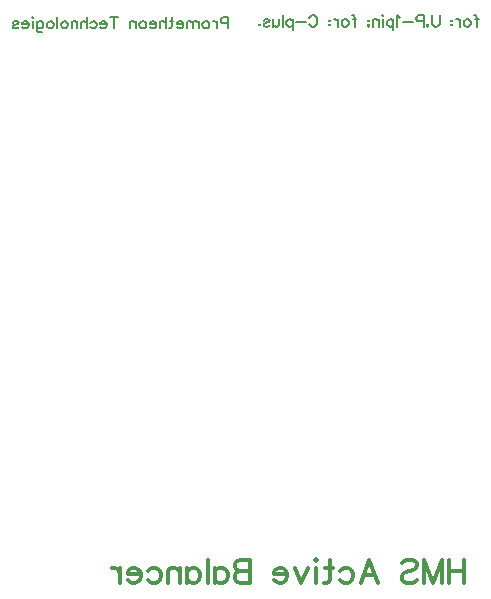
<source format=gbo>
G04 Layer: BottomSilkLayer*
G04 EasyEDA v6.4.25, 2021-10-09T05:44:53+02:00*
G04 3c18a9597c8044bdbc100f5c1c0a61b4,11806c6667b54f078b534f3636c84428,10*
G04 Gerber Generator version 0.2*
G04 Scale: 100 percent, Rotated: No, Reflected: No *
G04 Dimensions in millimeters *
G04 leading zeros omitted , absolute positions ,4 integer and 5 decimal *
%FSLAX45Y45*%
%MOMM*%

%ADD21C,0.2032*%
%ADD24C,0.3000*%

%LPD*%
D21*
X5283961Y4890770D02*
G01*
X5293106Y4890770D01*
X5301995Y4886197D01*
X5306568Y4872481D01*
X5306568Y4795265D01*
X5320284Y4858765D02*
G01*
X5288534Y4858765D01*
X5231129Y4858765D02*
G01*
X5240274Y4854447D01*
X5249418Y4845304D01*
X5253990Y4831587D01*
X5253990Y4822444D01*
X5249418Y4808981D01*
X5240274Y4799837D01*
X5231129Y4795265D01*
X5217668Y4795265D01*
X5208524Y4799837D01*
X5199379Y4808981D01*
X5194808Y4822444D01*
X5194808Y4831587D01*
X5199379Y4845304D01*
X5208524Y4854447D01*
X5217668Y4858765D01*
X5231129Y4858765D01*
X5164836Y4858765D02*
G01*
X5164836Y4795265D01*
X5164836Y4831587D02*
G01*
X5160263Y4845304D01*
X5151120Y4854447D01*
X5141975Y4858765D01*
X5128513Y4858765D01*
X5093970Y4849876D02*
G01*
X5098541Y4845304D01*
X5093970Y4840731D01*
X5089397Y4845304D01*
X5093970Y4849876D01*
X5093970Y4817871D02*
G01*
X5098541Y4813554D01*
X5093970Y4808981D01*
X5089397Y4813554D01*
X5093970Y4817871D01*
X4989322Y4890770D02*
G01*
X4989322Y4822444D01*
X4984750Y4808981D01*
X4975859Y4799837D01*
X4962143Y4795265D01*
X4953000Y4795265D01*
X4939284Y4799837D01*
X4930393Y4808981D01*
X4925822Y4822444D01*
X4925822Y4890770D01*
X4886706Y4813554D02*
G01*
X4891277Y4808981D01*
X4895850Y4813554D01*
X4891277Y4817871D01*
X4886706Y4813554D01*
X4886706Y4804410D01*
X4895850Y4795265D01*
X4856734Y4890770D02*
G01*
X4856734Y4795265D01*
X4856734Y4890770D02*
G01*
X4815840Y4890770D01*
X4802124Y4886197D01*
X4797552Y4881626D01*
X4792979Y4872481D01*
X4792979Y4858765D01*
X4797552Y4849876D01*
X4802124Y4845304D01*
X4815840Y4840731D01*
X4856734Y4840731D01*
X4763008Y4836160D02*
G01*
X4681220Y4836160D01*
X4651247Y4872481D02*
G01*
X4642104Y4877054D01*
X4628388Y4890770D01*
X4628388Y4795265D01*
X4598415Y4858765D02*
G01*
X4598415Y4763515D01*
X4598415Y4845304D02*
G01*
X4589272Y4854447D01*
X4580381Y4858765D01*
X4566665Y4858765D01*
X4557522Y4854447D01*
X4548377Y4845304D01*
X4543806Y4831587D01*
X4543806Y4822444D01*
X4548377Y4808981D01*
X4557522Y4799837D01*
X4566665Y4795265D01*
X4580381Y4795265D01*
X4589272Y4799837D01*
X4598415Y4808981D01*
X4513834Y4890770D02*
G01*
X4509261Y4886197D01*
X4504943Y4890770D01*
X4509261Y4895342D01*
X4513834Y4890770D01*
X4509261Y4858765D02*
G01*
X4509261Y4795265D01*
X4474718Y4858765D02*
G01*
X4474718Y4795265D01*
X4474718Y4840731D02*
G01*
X4461256Y4854447D01*
X4452111Y4858765D01*
X4438395Y4858765D01*
X4429252Y4854447D01*
X4424934Y4840731D01*
X4424934Y4795265D01*
X4390390Y4849876D02*
G01*
X4394708Y4845304D01*
X4390390Y4840731D01*
X4385818Y4845304D01*
X4390390Y4849876D01*
X4385818Y4813554D02*
G01*
X4390390Y4808981D01*
X4394708Y4813554D01*
X4390390Y4817871D01*
X4385818Y4813554D01*
X4385818Y4804410D01*
X4394708Y4795265D01*
X4249420Y4890770D02*
G01*
X4258563Y4890770D01*
X4267454Y4886197D01*
X4272025Y4872481D01*
X4272025Y4795265D01*
X4285741Y4858765D02*
G01*
X4253991Y4858765D01*
X4196588Y4858765D02*
G01*
X4205731Y4854447D01*
X4214875Y4845304D01*
X4219447Y4831587D01*
X4219447Y4822444D01*
X4214875Y4808981D01*
X4205731Y4799837D01*
X4196588Y4795265D01*
X4183125Y4795265D01*
X4173981Y4799837D01*
X4164838Y4808981D01*
X4160265Y4822444D01*
X4160265Y4831587D01*
X4164838Y4845304D01*
X4173981Y4854447D01*
X4183125Y4858765D01*
X4196588Y4858765D01*
X4130293Y4858765D02*
G01*
X4130293Y4795265D01*
X4130293Y4831587D02*
G01*
X4125722Y4845304D01*
X4116577Y4854447D01*
X4107434Y4858765D01*
X4093972Y4858765D01*
X4059427Y4849876D02*
G01*
X4064000Y4845304D01*
X4059427Y4840731D01*
X4054856Y4845304D01*
X4059427Y4849876D01*
X4059427Y4817871D02*
G01*
X4064000Y4813554D01*
X4059427Y4808981D01*
X4054856Y4813554D01*
X4059427Y4817871D01*
X3886708Y4867910D02*
G01*
X3891279Y4877054D01*
X3900170Y4886197D01*
X3909313Y4890770D01*
X3927602Y4890770D01*
X3936745Y4886197D01*
X3945636Y4877054D01*
X3950208Y4867910D01*
X3954779Y4854447D01*
X3954779Y4831587D01*
X3950208Y4817871D01*
X3945636Y4808981D01*
X3936745Y4799837D01*
X3927602Y4795265D01*
X3909313Y4795265D01*
X3900170Y4799837D01*
X3891279Y4808981D01*
X3886708Y4817871D01*
X3856736Y4836160D02*
G01*
X3774947Y4836160D01*
X3744722Y4858765D02*
G01*
X3744722Y4763515D01*
X3744722Y4845304D02*
G01*
X3735831Y4854447D01*
X3726688Y4858765D01*
X3712972Y4858765D01*
X3703827Y4854447D01*
X3694938Y4845304D01*
X3690365Y4831587D01*
X3690365Y4822444D01*
X3694938Y4808981D01*
X3703827Y4799837D01*
X3712972Y4795265D01*
X3726688Y4795265D01*
X3735831Y4799837D01*
X3744722Y4808981D01*
X3660393Y4890770D02*
G01*
X3660393Y4795265D01*
X3630168Y4858765D02*
G01*
X3630168Y4813554D01*
X3625850Y4799837D01*
X3616706Y4795265D01*
X3602990Y4795265D01*
X3593845Y4799837D01*
X3580384Y4813554D01*
X3580384Y4858765D02*
G01*
X3580384Y4795265D01*
X3500374Y4845304D02*
G01*
X3504945Y4854447D01*
X3518408Y4858765D01*
X3532124Y4858765D01*
X3545840Y4854447D01*
X3550411Y4845304D01*
X3545840Y4836160D01*
X3536695Y4831587D01*
X3513836Y4827015D01*
X3504945Y4822444D01*
X3500374Y4813554D01*
X3500374Y4808981D01*
X3504945Y4799837D01*
X3518408Y4795265D01*
X3532124Y4795265D01*
X3545840Y4799837D01*
X3550411Y4808981D01*
X3465829Y4817871D02*
G01*
X3470402Y4813554D01*
X3465829Y4808981D01*
X3461258Y4813554D01*
X3465829Y4817871D01*
X3199993Y4875898D02*
G01*
X3199993Y4780442D01*
X3199993Y4875898D02*
G01*
X3159084Y4875898D01*
X3145447Y4871351D01*
X3140903Y4866807D01*
X3136356Y4857716D01*
X3136356Y4844079D01*
X3140903Y4834989D01*
X3145447Y4830442D01*
X3159084Y4825898D01*
X3199993Y4825898D01*
X3106356Y4844079D02*
G01*
X3106356Y4780442D01*
X3106356Y4816807D02*
G01*
X3101812Y4830442D01*
X3092721Y4839535D01*
X3083631Y4844079D01*
X3069993Y4844079D01*
X3017265Y4844079D02*
G01*
X3026356Y4839535D01*
X3035447Y4830442D01*
X3039993Y4816807D01*
X3039993Y4807717D01*
X3035447Y4794079D01*
X3026356Y4784989D01*
X3017265Y4780442D01*
X3003631Y4780442D01*
X2994540Y4784989D01*
X2985447Y4794079D01*
X2980903Y4807717D01*
X2980903Y4816807D01*
X2985447Y4830442D01*
X2994540Y4839535D01*
X3003631Y4844079D01*
X3017265Y4844079D01*
X2950903Y4844079D02*
G01*
X2950903Y4780442D01*
X2950903Y4825898D02*
G01*
X2937266Y4839535D01*
X2928175Y4844079D01*
X2914540Y4844079D01*
X2905447Y4839535D01*
X2900903Y4825898D01*
X2900903Y4780442D01*
X2900903Y4825898D02*
G01*
X2887266Y4839535D01*
X2878175Y4844079D01*
X2864540Y4844079D01*
X2855447Y4839535D01*
X2850903Y4825898D01*
X2850903Y4780442D01*
X2820903Y4816807D02*
G01*
X2766357Y4816807D01*
X2766357Y4825898D01*
X2770903Y4834989D01*
X2775447Y4839535D01*
X2784541Y4844079D01*
X2798175Y4844079D01*
X2807266Y4839535D01*
X2816357Y4830442D01*
X2820903Y4816807D01*
X2820903Y4807717D01*
X2816357Y4794079D01*
X2807266Y4784989D01*
X2798175Y4780442D01*
X2784541Y4780442D01*
X2775447Y4784989D01*
X2766357Y4794079D01*
X2722722Y4875898D02*
G01*
X2722722Y4798626D01*
X2718175Y4784989D01*
X2709085Y4780442D01*
X2699994Y4780442D01*
X2736357Y4844079D02*
G01*
X2704541Y4844079D01*
X2669994Y4875898D02*
G01*
X2669994Y4780442D01*
X2669994Y4825898D02*
G01*
X2656357Y4839535D01*
X2647266Y4844079D01*
X2633632Y4844079D01*
X2624541Y4839535D01*
X2619994Y4825898D01*
X2619994Y4780442D01*
X2589994Y4816807D02*
G01*
X2535448Y4816807D01*
X2535448Y4825898D01*
X2539994Y4834989D01*
X2544541Y4839535D01*
X2553632Y4844079D01*
X2567266Y4844079D01*
X2576357Y4839535D01*
X2585448Y4830442D01*
X2589994Y4816807D01*
X2589994Y4807717D01*
X2585448Y4794079D01*
X2576357Y4784989D01*
X2567266Y4780442D01*
X2553632Y4780442D01*
X2544541Y4784989D01*
X2535448Y4794079D01*
X2482722Y4844079D02*
G01*
X2491813Y4839535D01*
X2500904Y4830442D01*
X2505448Y4816807D01*
X2505448Y4807717D01*
X2500904Y4794079D01*
X2491813Y4784989D01*
X2482722Y4780442D01*
X2469085Y4780442D01*
X2459995Y4784989D01*
X2450904Y4794079D01*
X2446357Y4807717D01*
X2446357Y4816807D01*
X2450904Y4830442D01*
X2459995Y4839535D01*
X2469085Y4844079D01*
X2482722Y4844079D01*
X2416357Y4844079D02*
G01*
X2416357Y4780442D01*
X2416357Y4825898D02*
G01*
X2402723Y4839535D01*
X2393632Y4844079D01*
X2379995Y4844079D01*
X2370904Y4839535D01*
X2366357Y4825898D01*
X2366357Y4780442D01*
X2234542Y4875898D02*
G01*
X2234542Y4780442D01*
X2266358Y4875898D02*
G01*
X2202723Y4875898D01*
X2172723Y4816807D02*
G01*
X2118177Y4816807D01*
X2118177Y4825898D01*
X2122723Y4834989D01*
X2127267Y4839535D01*
X2136358Y4844079D01*
X2149995Y4844079D01*
X2159086Y4839535D01*
X2168177Y4830442D01*
X2172723Y4816807D01*
X2172723Y4807717D01*
X2168177Y4794079D01*
X2159086Y4784989D01*
X2149995Y4780442D01*
X2136358Y4780442D01*
X2127267Y4784989D01*
X2118177Y4794079D01*
X2033633Y4830442D02*
G01*
X2042723Y4839535D01*
X2051814Y4844079D01*
X2065449Y4844079D01*
X2074542Y4839535D01*
X2083633Y4830442D01*
X2088177Y4816807D01*
X2088177Y4807717D01*
X2083633Y4794079D01*
X2074542Y4784989D01*
X2065449Y4780442D01*
X2051814Y4780442D01*
X2042723Y4784989D01*
X2033633Y4794079D01*
X2003633Y4875898D02*
G01*
X2003633Y4780442D01*
X2003633Y4825898D02*
G01*
X1989996Y4839535D01*
X1980905Y4844079D01*
X1967268Y4844079D01*
X1958177Y4839535D01*
X1953633Y4825898D01*
X1953633Y4780442D01*
X1923633Y4844079D02*
G01*
X1923633Y4780442D01*
X1923633Y4825898D02*
G01*
X1909996Y4839535D01*
X1900905Y4844079D01*
X1887268Y4844079D01*
X1878177Y4839535D01*
X1873633Y4825898D01*
X1873633Y4780442D01*
X1820905Y4844079D02*
G01*
X1829996Y4839535D01*
X1839086Y4830442D01*
X1843633Y4816807D01*
X1843633Y4807717D01*
X1839086Y4794079D01*
X1829996Y4784989D01*
X1820905Y4780442D01*
X1807268Y4780442D01*
X1798177Y4784989D01*
X1789087Y4794079D01*
X1784543Y4807717D01*
X1784543Y4816807D01*
X1789087Y4830442D01*
X1798177Y4839535D01*
X1807268Y4844079D01*
X1820905Y4844079D01*
X1754543Y4875898D02*
G01*
X1754543Y4780442D01*
X1701815Y4844079D02*
G01*
X1710905Y4839535D01*
X1719996Y4830442D01*
X1724543Y4816807D01*
X1724543Y4807717D01*
X1719996Y4794079D01*
X1710905Y4784989D01*
X1701815Y4780442D01*
X1688177Y4780442D01*
X1679087Y4784989D01*
X1669996Y4794079D01*
X1665450Y4807717D01*
X1665450Y4816807D01*
X1669996Y4830442D01*
X1679087Y4839535D01*
X1688177Y4844079D01*
X1701815Y4844079D01*
X1580906Y4844079D02*
G01*
X1580906Y4771351D01*
X1585450Y4757717D01*
X1589996Y4753170D01*
X1599087Y4748626D01*
X1612724Y4748626D01*
X1621815Y4753170D01*
X1580906Y4830442D02*
G01*
X1589996Y4839535D01*
X1599087Y4844079D01*
X1612724Y4844079D01*
X1621815Y4839535D01*
X1630906Y4830442D01*
X1635450Y4816807D01*
X1635450Y4807717D01*
X1630906Y4794079D01*
X1621815Y4784989D01*
X1612724Y4780442D01*
X1599087Y4780442D01*
X1589996Y4784989D01*
X1580906Y4794079D01*
X1550906Y4875898D02*
G01*
X1546359Y4871351D01*
X1541815Y4875898D01*
X1546359Y4880442D01*
X1550906Y4875898D01*
X1546359Y4844079D02*
G01*
X1546359Y4780442D01*
X1511815Y4816807D02*
G01*
X1457269Y4816807D01*
X1457269Y4825898D01*
X1461815Y4834989D01*
X1466359Y4839535D01*
X1475450Y4844079D01*
X1489087Y4844079D01*
X1498178Y4839535D01*
X1507269Y4830442D01*
X1511815Y4816807D01*
X1511815Y4807717D01*
X1507269Y4794079D01*
X1498178Y4784989D01*
X1489087Y4780442D01*
X1475450Y4780442D01*
X1466359Y4784989D01*
X1457269Y4794079D01*
X1377269Y4830442D02*
G01*
X1381815Y4839535D01*
X1395450Y4844079D01*
X1409087Y4844079D01*
X1422725Y4839535D01*
X1427269Y4830442D01*
X1422725Y4821351D01*
X1413634Y4816807D01*
X1390906Y4812261D01*
X1381815Y4807717D01*
X1377269Y4798626D01*
X1377269Y4794079D01*
X1381815Y4784989D01*
X1395450Y4780442D01*
X1409087Y4780442D01*
X1422725Y4784989D01*
X1427269Y4794079D01*
D24*
X5199989Y280045D02*
G01*
X5199989Y86083D01*
X5070680Y280045D02*
G01*
X5070680Y86083D01*
X5199989Y187683D02*
G01*
X5070680Y187683D01*
X5009720Y280045D02*
G01*
X5009720Y86083D01*
X5009720Y280045D02*
G01*
X4935829Y86083D01*
X4861938Y280045D02*
G01*
X4935829Y86083D01*
X4861938Y280045D02*
G01*
X4861938Y86083D01*
X4671669Y252336D02*
G01*
X4690143Y270809D01*
X4717851Y280045D01*
X4754796Y280045D01*
X4782505Y270809D01*
X4800978Y252336D01*
X4800978Y233862D01*
X4791743Y215392D01*
X4782505Y206154D01*
X4764034Y196918D01*
X4708613Y178445D01*
X4690143Y169209D01*
X4680905Y159974D01*
X4671669Y141500D01*
X4671669Y113792D01*
X4690143Y95318D01*
X4717851Y86083D01*
X4754796Y86083D01*
X4782505Y95318D01*
X4800978Y113792D01*
X4394578Y280045D02*
G01*
X4468469Y86083D01*
X4394578Y280045D02*
G01*
X4320687Y86083D01*
X4440760Y150736D02*
G01*
X4348396Y150736D01*
X4148891Y187683D02*
G01*
X4167365Y206154D01*
X4185836Y215392D01*
X4213545Y215392D01*
X4232018Y206154D01*
X4250491Y187683D01*
X4259727Y159974D01*
X4259727Y141500D01*
X4250491Y113792D01*
X4232018Y95318D01*
X4213545Y86083D01*
X4185836Y86083D01*
X4167365Y95318D01*
X4148891Y113792D01*
X4060223Y280045D02*
G01*
X4060223Y123027D01*
X4050985Y95318D01*
X4032514Y86083D01*
X4014040Y86083D01*
X4087931Y215392D02*
G01*
X4023276Y215392D01*
X3953080Y280045D02*
G01*
X3943845Y270809D01*
X3934607Y280045D01*
X3943845Y289283D01*
X3953080Y280045D01*
X3943845Y215392D02*
G01*
X3943845Y86083D01*
X3873647Y215392D02*
G01*
X3818229Y86083D01*
X3762811Y215392D02*
G01*
X3818229Y86083D01*
X3701851Y159974D02*
G01*
X3591013Y159974D01*
X3591013Y178445D01*
X3600251Y196918D01*
X3609487Y206154D01*
X3627960Y215392D01*
X3655669Y215392D01*
X3674143Y206154D01*
X3692613Y187683D01*
X3701851Y159974D01*
X3701851Y141500D01*
X3692613Y113792D01*
X3674143Y95318D01*
X3655669Y86083D01*
X3627960Y86083D01*
X3609487Y95318D01*
X3591013Y113792D01*
X3387813Y280045D02*
G01*
X3387813Y86083D01*
X3387813Y280045D02*
G01*
X3304687Y280045D01*
X3276978Y270809D01*
X3267743Y261574D01*
X3258505Y243100D01*
X3258505Y224627D01*
X3267743Y206154D01*
X3276978Y196918D01*
X3304687Y187683D01*
X3387813Y187683D02*
G01*
X3304687Y187683D01*
X3276978Y178445D01*
X3267743Y169209D01*
X3258505Y150736D01*
X3258505Y123027D01*
X3267743Y104554D01*
X3276978Y95318D01*
X3304687Y86083D01*
X3387813Y86083D01*
X3086709Y215392D02*
G01*
X3086709Y86083D01*
X3086709Y187683D02*
G01*
X3105183Y206154D01*
X3123653Y215392D01*
X3151365Y215392D01*
X3169836Y206154D01*
X3188309Y187683D01*
X3197545Y159974D01*
X3197545Y141500D01*
X3188309Y113792D01*
X3169836Y95318D01*
X3151365Y86083D01*
X3123653Y86083D01*
X3105183Y95318D01*
X3086709Y113792D01*
X3025749Y280045D02*
G01*
X3025749Y86083D01*
X2853954Y215392D02*
G01*
X2853954Y86083D01*
X2853954Y187683D02*
G01*
X2872425Y206154D01*
X2890898Y215392D01*
X2918607Y215392D01*
X2937080Y206154D01*
X2955554Y187683D01*
X2964789Y159974D01*
X2964789Y141500D01*
X2955554Y113792D01*
X2937080Y95318D01*
X2918607Y86083D01*
X2890898Y86083D01*
X2872425Y95318D01*
X2853954Y113792D01*
X2792994Y215392D02*
G01*
X2792994Y86083D01*
X2792994Y178445D02*
G01*
X2765285Y206154D01*
X2746811Y215392D01*
X2719103Y215392D01*
X2700629Y206154D01*
X2691394Y178445D01*
X2691394Y86083D01*
X2519596Y187683D02*
G01*
X2538069Y206154D01*
X2556543Y215392D01*
X2584251Y215392D01*
X2602725Y206154D01*
X2621196Y187683D01*
X2630434Y159974D01*
X2630434Y141500D01*
X2621196Y113792D01*
X2602725Y95318D01*
X2584251Y86083D01*
X2556543Y86083D01*
X2538069Y95318D01*
X2519596Y113792D01*
X2458636Y159974D02*
G01*
X2347800Y159974D01*
X2347800Y178445D01*
X2357036Y196918D01*
X2366274Y206154D01*
X2384745Y215392D01*
X2412453Y215392D01*
X2430927Y206154D01*
X2449400Y187683D01*
X2458636Y159974D01*
X2458636Y141500D01*
X2449400Y113792D01*
X2430927Y95318D01*
X2412453Y86083D01*
X2384745Y86083D01*
X2366274Y95318D01*
X2347800Y113792D01*
X2286840Y215392D02*
G01*
X2286840Y86083D01*
X2286840Y159974D02*
G01*
X2277605Y187683D01*
X2259131Y206154D01*
X2240658Y215392D01*
X2212949Y215392D01*
M02*

</source>
